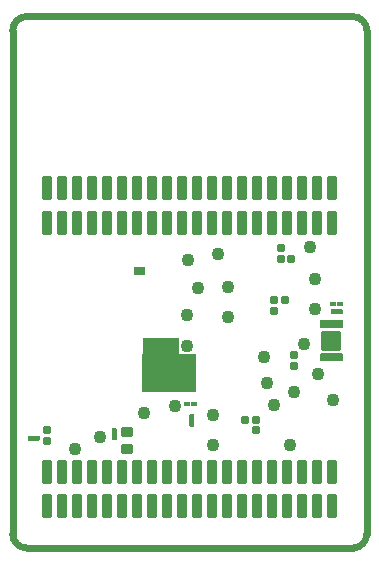
<source format=gbs>
G04*
G04 #@! TF.GenerationSoftware,Altium Limited,Altium NEXUS,5.1.2 (10)*
G04*
G04 Layer_Color=16711935*
%FSLAX25Y25*%
%MOIN*%
G70*
G04*
G04 #@! TF.SameCoordinates,614915EC-EFCC-4F07-BEE6-519DBFB5DABB*
G04*
G04*
G04 #@! TF.FilePolarity,Negative*
G04*
G01*
G75*
%ADD33C,0.02362*%
G04:AMPARAMS|DCode=42|XSize=27.62mil|YSize=27.62mil|CornerRadius=4.36mil|HoleSize=0mil|Usage=FLASHONLY|Rotation=90.000|XOffset=0mil|YOffset=0mil|HoleType=Round|Shape=RoundedRectangle|*
%AMROUNDEDRECTD42*
21,1,0.02762,0.01890,0,0,90.0*
21,1,0.01890,0.02762,0,0,90.0*
1,1,0.00872,0.00945,0.00945*
1,1,0.00872,0.00945,-0.00945*
1,1,0.00872,-0.00945,-0.00945*
1,1,0.00872,-0.00945,0.00945*
%
%ADD42ROUNDEDRECTD42*%
G04:AMPARAMS|DCode=51|XSize=16.6mil|YSize=18.17mil|CornerRadius=3.58mil|HoleSize=0mil|Usage=FLASHONLY|Rotation=270.000|XOffset=0mil|YOffset=0mil|HoleType=Round|Shape=RoundedRectangle|*
%AMROUNDEDRECTD51*
21,1,0.01660,0.01102,0,0,270.0*
21,1,0.00945,0.01817,0,0,270.0*
1,1,0.00715,-0.00551,-0.00472*
1,1,0.00715,-0.00551,0.00472*
1,1,0.00715,0.00551,0.00472*
1,1,0.00715,0.00551,-0.00472*
%
%ADD51ROUNDEDRECTD51*%
G04:AMPARAMS|DCode=55|XSize=16.6mil|YSize=18.17mil|CornerRadius=3.58mil|HoleSize=0mil|Usage=FLASHONLY|Rotation=180.000|XOffset=0mil|YOffset=0mil|HoleType=Round|Shape=RoundedRectangle|*
%AMROUNDEDRECTD55*
21,1,0.01660,0.01102,0,0,180.0*
21,1,0.00945,0.01817,0,0,180.0*
1,1,0.00715,-0.00472,0.00551*
1,1,0.00715,0.00472,0.00551*
1,1,0.00715,0.00472,-0.00551*
1,1,0.00715,-0.00472,-0.00551*
%
%ADD55ROUNDEDRECTD55*%
G04:AMPARAMS|DCode=57|XSize=16.6mil|YSize=17.39mil|CornerRadius=3.58mil|HoleSize=0mil|Usage=FLASHONLY|Rotation=90.000|XOffset=0mil|YOffset=0mil|HoleType=Round|Shape=RoundedRectangle|*
%AMROUNDEDRECTD57*
21,1,0.01660,0.01024,0,0,90.0*
21,1,0.00945,0.01739,0,0,90.0*
1,1,0.00715,0.00512,0.00472*
1,1,0.00715,0.00512,-0.00472*
1,1,0.00715,-0.00512,-0.00472*
1,1,0.00715,-0.00512,0.00472*
%
%ADD57ROUNDEDRECTD57*%
G04:AMPARAMS|DCode=59|XSize=27.62mil|YSize=27.62mil|CornerRadius=4.36mil|HoleSize=0mil|Usage=FLASHONLY|Rotation=0.000|XOffset=0mil|YOffset=0mil|HoleType=Round|Shape=RoundedRectangle|*
%AMROUNDEDRECTD59*
21,1,0.02762,0.01890,0,0,0.0*
21,1,0.01890,0.02762,0,0,0.0*
1,1,0.00872,0.00945,-0.00945*
1,1,0.00872,-0.00945,-0.00945*
1,1,0.00872,-0.00945,0.00945*
1,1,0.00872,0.00945,0.00945*
%
%ADD59ROUNDEDRECTD59*%
%ADD100R,0.12402X0.18110*%
%ADD101R,0.18110X0.12795*%
%ADD102C,0.04337*%
G04:AMPARAMS|DCode=103|XSize=82.68mil|YSize=33.07mil|CornerRadius=4.88mil|HoleSize=0mil|Usage=FLASHONLY|Rotation=270.000|XOffset=0mil|YOffset=0mil|HoleType=Round|Shape=RoundedRectangle|*
%AMROUNDEDRECTD103*
21,1,0.08268,0.02331,0,0,270.0*
21,1,0.07291,0.03307,0,0,270.0*
1,1,0.00976,-0.01165,-0.03646*
1,1,0.00976,-0.01165,0.03646*
1,1,0.00976,0.01165,0.03646*
1,1,0.00976,0.01165,-0.03646*
%
%ADD103ROUNDEDRECTD103*%
G04:AMPARAMS|DCode=104|XSize=66.99mil|YSize=66.99mil|CornerRadius=8.3mil|HoleSize=0mil|Usage=FLASHONLY|Rotation=90.000|XOffset=0mil|YOffset=0mil|HoleType=Round|Shape=RoundedRectangle|*
%AMROUNDEDRECTD104*
21,1,0.06699,0.05039,0,0,90.0*
21,1,0.05039,0.06699,0,0,90.0*
1,1,0.01660,0.02520,0.02520*
1,1,0.01660,0.02520,-0.02520*
1,1,0.01660,-0.02520,-0.02520*
1,1,0.01660,-0.02520,0.02520*
%
%ADD104ROUNDEDRECTD104*%
G04:AMPARAMS|DCode=105|XSize=15.81mil|YSize=27.62mil|CornerRadius=3.18mil|HoleSize=0mil|Usage=FLASHONLY|Rotation=0.000|XOffset=0mil|YOffset=0mil|HoleType=Round|Shape=RoundedRectangle|*
%AMROUNDEDRECTD105*
21,1,0.01581,0.02126,0,0,0.0*
21,1,0.00945,0.02762,0,0,0.0*
1,1,0.00636,0.00472,-0.01063*
1,1,0.00636,-0.00472,-0.01063*
1,1,0.00636,-0.00472,0.01063*
1,1,0.00636,0.00472,0.01063*
%
%ADD105ROUNDEDRECTD105*%
G04:AMPARAMS|DCode=106|XSize=37.47mil|YSize=35.5mil|CornerRadius=5.94mil|HoleSize=0mil|Usage=FLASHONLY|Rotation=180.000|XOffset=0mil|YOffset=0mil|HoleType=Round|Shape=RoundedRectangle|*
%AMROUNDEDRECTD106*
21,1,0.03747,0.02362,0,0,180.0*
21,1,0.02559,0.03550,0,0,180.0*
1,1,0.01187,-0.01280,0.01181*
1,1,0.01187,0.01280,0.01181*
1,1,0.01187,0.01280,-0.01181*
1,1,0.01187,-0.01280,-0.01181*
%
%ADD106ROUNDEDRECTD106*%
G36*
X5095Y37094D02*
Y36134D01*
Y36065D01*
X5148Y35936D01*
X5247Y35838D01*
X5376Y35784D01*
X5445D01*
D01*
X8728D01*
X8798D01*
X8926Y35838D01*
X9025Y35936D01*
X9078Y36065D01*
Y36134D01*
D01*
Y37094D01*
Y37164D01*
X9025Y37292D01*
X8926Y37391D01*
X8798Y37444D01*
X8728D01*
D01*
X5445D01*
X5376D01*
X5247Y37391D01*
X5148Y37292D01*
X5095Y37164D01*
Y37094D01*
D01*
D02*
G37*
G36*
X33378Y36001D02*
X34338D01*
X34408D01*
X34536Y36054D01*
X34635Y36152D01*
X34688Y36281D01*
Y36351D01*
D01*
Y39634D01*
Y39703D01*
X34635Y39832D01*
X34536Y39930D01*
X34408Y39983D01*
X34338D01*
D01*
X33378D01*
X33309D01*
X33180Y39930D01*
X33082Y39832D01*
X33028Y39703D01*
Y39634D01*
D01*
Y36351D01*
Y36281D01*
X33082Y36152D01*
X33180Y36054D01*
X33309Y36001D01*
X33378D01*
D01*
D02*
G37*
G36*
X44291Y93602D02*
Y90847D01*
X40354D01*
Y93602D01*
X44291D01*
D02*
G37*
G36*
X59166Y40528D02*
X60126D01*
X60195D01*
X60324Y40582D01*
X60422Y40680D01*
X60476Y40809D01*
Y40878D01*
D01*
Y44161D01*
Y44231D01*
X60422Y44359D01*
X60324Y44458D01*
X60195Y44511D01*
X60126D01*
D01*
X59166D01*
X59096D01*
X58968Y44458D01*
X58869Y44359D01*
X58816Y44231D01*
Y44161D01*
D01*
Y40878D01*
Y40809D01*
X58869Y40680D01*
X58968Y40582D01*
X59096Y40528D01*
X59166D01*
D01*
D02*
G37*
G36*
X102876Y62202D02*
X109722D01*
X109786D01*
X109904Y62250D01*
X109994Y62340D01*
X110043Y62458D01*
Y62522D01*
D01*
Y64644D01*
Y64707D01*
X109994Y64825D01*
X109904Y64915D01*
X109786Y64964D01*
X109722D01*
D01*
X102876D01*
X102812D01*
X102695Y64915D01*
X102605Y64825D01*
X102556Y64707D01*
Y64644D01*
D01*
Y62522D01*
Y62458D01*
X102605Y62340D01*
X102695Y62250D01*
X102812Y62202D01*
X102876D01*
D01*
D02*
G37*
G36*
Y73225D02*
X109722D01*
X109786D01*
X109904Y73274D01*
X109994Y73364D01*
X110043Y73482D01*
Y73545D01*
D01*
Y75667D01*
Y75731D01*
X109994Y75849D01*
X109904Y75939D01*
X109786Y75987D01*
X109722D01*
D01*
X102876D01*
X102812D01*
X102695Y75939D01*
X102605Y75849D01*
X102556Y75731D01*
Y75667D01*
D01*
Y73545D01*
Y73482D01*
X102605Y73364D01*
X102695Y73274D01*
X102812Y73225D01*
X102876D01*
D01*
D02*
G37*
G36*
X110062Y78260D02*
Y79220D01*
Y79290D01*
X110009Y79418D01*
X109911Y79517D01*
X109782Y79570D01*
X109712D01*
D01*
X106430D01*
X106360D01*
X106231Y79517D01*
X106133Y79418D01*
X106079Y79290D01*
Y79220D01*
D01*
Y78260D01*
Y78191D01*
X106133Y78062D01*
X106231Y77964D01*
X106360Y77910D01*
X106430D01*
D01*
X109712D01*
X109782D01*
X109911Y77964D01*
X110009Y78062D01*
X110062Y78191D01*
Y78260D01*
D01*
D02*
G37*
D33*
X0Y4724D02*
G03*
X4724Y0I4724J0D01*
G01*
X118110Y172441D02*
G03*
X113386Y177165I-4724J0D01*
G01*
Y0D02*
G03*
X118110Y4724I0J4724D01*
G01*
X4724Y177165D02*
G03*
X0Y172441I0J-4724D01*
G01*
X4724Y0D02*
X113386D01*
X4724Y177165D02*
X113386D01*
X118110Y4724D02*
Y172441D01*
X0Y4724D02*
Y172441D01*
D42*
X90733Y82537D02*
D03*
X87190D02*
D03*
X89370Y96457D02*
D03*
X92913D02*
D03*
X81102Y42717D02*
D03*
X77559D02*
D03*
D51*
X8169Y36614D02*
D03*
X6004D02*
D03*
X109153Y78740D02*
D03*
X106988D02*
D03*
D55*
X33858Y39075D02*
D03*
Y36909D02*
D03*
X59646Y41437D02*
D03*
Y43602D02*
D03*
D57*
X60630Y48031D02*
D03*
X58268D02*
D03*
X106890Y81299D02*
D03*
X109252D02*
D03*
D59*
X11614Y39370D02*
D03*
Y35827D02*
D03*
X87190Y78993D02*
D03*
Y82537D02*
D03*
X89370Y100000D02*
D03*
Y96457D02*
D03*
X93898Y64370D02*
D03*
Y60827D02*
D03*
X81102Y42717D02*
D03*
Y39173D02*
D03*
D100*
X49311Y61024D02*
D03*
D101*
X52165Y58366D02*
D03*
D102*
X84842Y55118D02*
D03*
X106700Y49218D02*
D03*
X97250Y67918D02*
D03*
X71930Y76978D02*
D03*
X58470Y96068D02*
D03*
X61970Y86738D02*
D03*
X101770Y58078D02*
D03*
X99210Y100198D02*
D03*
X93900Y51978D02*
D03*
X100790Y89768D02*
D03*
X92520Y34458D02*
D03*
X58270Y67328D02*
D03*
X29140Y37088D02*
D03*
X20670Y33078D02*
D03*
X71930Y86898D02*
D03*
X58270Y77568D02*
D03*
X66730Y44488D02*
D03*
X68310Y97958D02*
D03*
X100790Y79528D02*
D03*
X66930Y34458D02*
D03*
X83661Y63583D02*
D03*
X43693Y44843D02*
D03*
X54134Y47244D02*
D03*
X87008Y47638D02*
D03*
D103*
X11555Y108465D02*
D03*
Y119882D02*
D03*
X16555Y108465D02*
D03*
Y119882D02*
D03*
X21555Y108465D02*
D03*
Y119882D02*
D03*
X26555Y108465D02*
D03*
Y119882D02*
D03*
X31555Y108465D02*
D03*
Y119882D02*
D03*
X36555Y108465D02*
D03*
Y119882D02*
D03*
X41555Y108465D02*
D03*
Y119882D02*
D03*
X46555Y108465D02*
D03*
Y119882D02*
D03*
X51555Y108465D02*
D03*
Y119882D02*
D03*
X56555Y108465D02*
D03*
Y119882D02*
D03*
X61555Y108465D02*
D03*
Y119882D02*
D03*
X66555Y108465D02*
D03*
Y119882D02*
D03*
X71555Y108465D02*
D03*
Y119882D02*
D03*
X76555Y108465D02*
D03*
Y119882D02*
D03*
X81555Y108465D02*
D03*
Y119882D02*
D03*
X86555Y108465D02*
D03*
Y119882D02*
D03*
X91555Y108465D02*
D03*
Y119882D02*
D03*
X96555Y108465D02*
D03*
Y119882D02*
D03*
X101555Y108465D02*
D03*
Y119882D02*
D03*
X106555Y108465D02*
D03*
Y119882D02*
D03*
X11555Y13976D02*
D03*
Y25394D02*
D03*
X16555Y13976D02*
D03*
Y25394D02*
D03*
X21555Y13976D02*
D03*
Y25394D02*
D03*
X26555Y13976D02*
D03*
Y25394D02*
D03*
X31555Y13976D02*
D03*
Y25394D02*
D03*
X36555Y13976D02*
D03*
Y25394D02*
D03*
X41555Y13976D02*
D03*
Y25394D02*
D03*
X46555Y13976D02*
D03*
Y25394D02*
D03*
X51555Y13976D02*
D03*
Y25394D02*
D03*
X56555Y13976D02*
D03*
Y25394D02*
D03*
X61555Y13976D02*
D03*
Y25394D02*
D03*
X66555Y13976D02*
D03*
Y25394D02*
D03*
X71555Y13976D02*
D03*
Y25394D02*
D03*
X76555Y13976D02*
D03*
Y25394D02*
D03*
X81555Y13976D02*
D03*
Y25394D02*
D03*
X86555Y13976D02*
D03*
Y25394D02*
D03*
X91555Y13976D02*
D03*
Y25394D02*
D03*
X96555Y13976D02*
D03*
Y25394D02*
D03*
X101555Y13976D02*
D03*
Y25394D02*
D03*
X106555Y13976D02*
D03*
Y25394D02*
D03*
D104*
X106299Y69095D02*
D03*
D105*
X103347Y74606D02*
D03*
X109252D02*
D03*
X103347Y63583D02*
D03*
X109252D02*
D03*
X107283Y74606D02*
D03*
X105315D02*
D03*
X107283Y63583D02*
D03*
X105315D02*
D03*
D106*
X37992Y33071D02*
D03*
Y38583D02*
D03*
M02*

</source>
